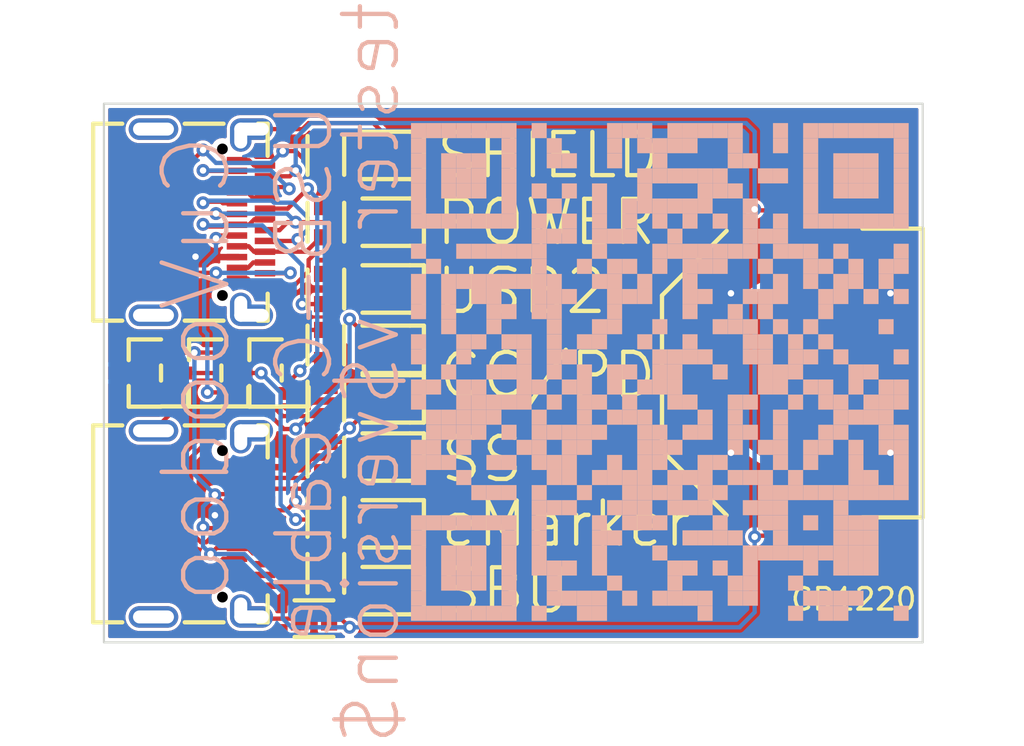
<source format=kicad_pcb>
(kicad_pcb (version 20211014) (generator pcbnew)

  (general
    (thickness 1.09)
  )

  (paper "A4")
  (title_block
    (title "USB-C cable tester")
    (date "$date$")
    (rev "$version$.$revision$")
    (company "CuVoodoo")
    (comment 1 "King Kévin")
    (comment 2 "CERN-OHL-S")
  )

  (layers
    (0 "F.Cu" signal)
    (31 "B.Cu" signal)
    (32 "B.Adhes" user "B.Adhesive")
    (33 "F.Adhes" user "F.Adhesive")
    (34 "B.Paste" user)
    (35 "F.Paste" user)
    (36 "B.SilkS" user "B.Silkscreen")
    (37 "F.SilkS" user "F.Silkscreen")
    (38 "B.Mask" user)
    (39 "F.Mask" user)
    (40 "Dwgs.User" user "User.Drawings")
    (41 "Cmts.User" user "User.Comments")
    (42 "Eco1.User" user "User.Eco1")
    (43 "Eco2.User" user "User.Eco2")
    (44 "Edge.Cuts" user)
    (45 "Margin" user)
    (46 "B.CrtYd" user "B.Courtyard")
    (47 "F.CrtYd" user "F.Courtyard")
    (48 "B.Fab" user)
    (49 "F.Fab" user)
    (50 "User.1" user)
    (51 "User.2" user)
    (52 "User.3" user)
    (53 "User.4" user)
    (54 "User.5" user)
    (55 "User.6" user)
    (56 "User.7" user)
    (57 "User.8" user)
    (58 "User.9" user)
  )

  (setup
    (stackup
      (layer "F.SilkS" (type "Top Silk Screen"))
      (layer "F.Paste" (type "Top Solder Paste"))
      (layer "F.Mask" (type "Top Solder Mask") (thickness 0.01))
      (layer "F.Cu" (type "copper") (thickness 0.035))
      (layer "dielectric 1" (type "core") (thickness 1) (material "FR4") (epsilon_r 4.5) (loss_tangent 0.02))
      (layer "B.Cu" (type "copper") (thickness 0.035))
      (layer "B.Mask" (type "Bottom Solder Mask") (thickness 0.01))
      (layer "B.Paste" (type "Bottom Solder Paste"))
      (layer "B.SilkS" (type "Bottom Silk Screen"))
      (copper_finish "HAL lead-free")
      (dielectric_constraints no)
    )
    (pad_to_mask_clearance 0)
    (aux_axis_origin 66.6 121.6)
    (grid_origin 70.4 141.1)
    (pcbplotparams
      (layerselection 0x00010fc_ffffffff)
      (disableapertmacros false)
      (usegerberextensions false)
      (usegerberattributes true)
      (usegerberadvancedattributes true)
      (creategerberjobfile true)
      (svguseinch false)
      (svgprecision 6)
      (excludeedgelayer true)
      (plotframeref false)
      (viasonmask false)
      (mode 1)
      (useauxorigin false)
      (hpglpennumber 1)
      (hpglpenspeed 20)
      (hpglpendiameter 15.000000)
      (dxfpolygonmode true)
      (dxfimperialunits true)
      (dxfusepcbnewfont true)
      (psnegative false)
      (psa4output false)
      (plotreference true)
      (plotvalue true)
      (plotinvisibletext false)
      (sketchpadsonfab false)
      (subtractmaskfromsilk false)
      (outputformat 1)
      (mirror false)
      (drillshape 0)
      (scaleselection 1)
      (outputdirectory "fabrication/")
    )
  )

  (net 0 "")
  (net 1 "VCC")
  (net 2 "GND")
  (net 3 "/Dn")
  (net 4 "Net-(D4-Pad2)")
  (net 5 "Net-(D5-Pad1)")
  (net 6 "Net-(D6-Pad2)")
  (net 7 "Net-(D7-Pad2)")
  (net 8 "Net-(J1-PadA1)")
  (net 9 "/SS1")
  (net 10 "Net-(J1-PadA4)")
  (net 11 "/CC1")
  (net 12 "/Dp")
  (net 13 "/SBU")
  (net 14 "/VBUS")
  (net 15 "/SS2")
  (net 16 "/SS1-2")
  (net 17 "/CC2")
  (net 18 "unconnected-(J1-PadS2)")
  (net 19 "unconnected-(J1-PadS3)")
  (net 20 "unconnected-(J1-PadS4)")
  (net 21 "Net-(J2-PadA10)")
  (net 22 "Net-(J2-PadB2)")
  (net 23 "Net-(J2-PadB10)")
  (net 24 "/eMark")
  (net 25 "Net-(D1-Pad1)")
  (net 26 "Net-(D1-Pad2)")
  (net 27 "Net-(D3-Pad2)")
  (net 28 "Net-(D5-Pad2)")
  (net 29 "Net-(D8-Pad2)")
  (net 30 "/SH1")
  (net 31 "Net-(R2-Pad2)")
  (net 32 "Net-(J2-PadA2)")
  (net 33 "Net-(J2-PadA8)")
  (net 34 "/SH2")
  (net 35 "unconnected-(J2-PadS4)")
  (net 36 "Net-(R2-Pad1)")
  (net 37 "unconnected-(J2-PadS1)")
  (net 38 "Net-(J2-PadS2)")

  (footprint "mylib:UC1608X55N" (layer "F.Cu") (at 76.9 127.1))

  (footprint "mylib:LEDC2012X80N" (layer "F.Cu") (at 79.7 133 -90))

  (footprint "mylib:LEDC2012X80N" (layer "F.Cu") (at 79.7 135.3 -90))

  (footprint "mylib:SOT95P237X112-3N" (layer "F.Cu") (at 74.1 134.1 180))

  (footprint "kikit:Tab" (layer "F.Cu") (at 104.85 134.1 180))

  (footprint "mylib:CONNECTOR_XKB_U262-24XN-4BV64" (layer "F.Cu") (at 70.15 141.1 -90))

  (footprint "mylib:LEDC2012X80N" (layer "F.Cu") (at 79.7 127.1 -90))

  (footprint "mylib:LEDC2012X80N" (layer "F.Cu") (at 79.7 130.2 -90))

  (footprint "kikit:Tab" (layer "F.Cu") (at 66.25 127.1))

  (footprint "mylib:LEDC2012X80N" (layer "F.Cu") (at 79.7 144.2 -90))

  (footprint "mylib:CONNECTOR_MY-1220-03" (layer "F.Cu") (at 98.5 134.1 -90))

  (footprint "mylib:UC1608X55N" (layer "F.Cu") (at 76.9 130.2 180))

  (footprint "mylib:UC1608X55N" (layer "F.Cu") (at 76.9 140.8))

  (footprint "mylib:UC1608X55N" (layer "F.Cu") (at 76.9 124 180))

  (footprint "mylib:SOT95P237X112-3N" (layer "F.Cu") (at 71.3 134.1 180))

  (footprint "mylib:UC1608X55N" (layer "F.Cu") (at 76.9 132.8))

  (footprint "mylib:LEDC2012X80N" (layer "F.Cu") (at 79.7 124 -90))

  (footprint "mylib:UC1608X55N" (layer "F.Cu") (at 76.35 145.5 90))

  (footprint "mylib:LEDC2012X80N" (layer "F.Cu") (at 79.7 141.1 -90))

  (footprint "mylib:UC1608X55N" (layer "F.Cu") (at 76.9 138))

  (footprint "kikit:Tab" (layer "F.Cu") (at 66.25 141.1))

  (footprint "mylib:SOT95P237X112-3N" (layer "F.Cu") (at 68.5 134.1 180))

  (footprint "mylib:CONNECTOR_XKB_U262-24XN-4BV64" (layer "F.Cu") (at 70.15 127.1 -90))

  (footprint "mylib:UC1608X55N" (layer "F.Cu") (at 76.9 143.4 180))

  (footprint "mylib:LEDC2012X80N" (layer "F.Cu") (at 79.7 138 -90))

  (footprint "mylib:UC1608X55N" (layer "F.Cu") (at 76.9 135.4 180))

  (footprint "mylib:QR" (layer "B.Cu") (at 92.4 134.05 -90))

  (gr_rect (start 66.6 121.6) (end 104.6 146.6) (layer "Edge.Cuts") (width 0.1) (fill none) (tstamp d49bc88e-ee09-43df-b23b-d7aad3f6b773))
  (gr_text "CuVoodoo" (at 70.9 133.9 90) (layer "B.SilkS") (tstamp 5c94dfd4-1fb7-49f5-98ea-4f333790c493)
    (effects (font (size 3 3) (thickness 0.2)) (justify mirror))
  )
  (gr_text "USB-C cable" (at 75.9 134.1 90) (layer "B.SilkS") (tstamp a5d6f3fb-d8a8-475a-b284-836a2dfee2b2)
    (effects (font (size 2.5 2.5) (thickness 0.2)) (justify mirror))
  )
  (gr_text "tester  v$version$" (at 79 134.1 90) (layer "B.SilkS") (tstamp ed18d69f-b1e8-4d59-8aec-ac19ba2cfb94)
    (effects (font (size 2.5 2.5) (thickness 0.2)) (justify mirror))
  )
  (gr_text "SS" (at 82.1 138.1) (layer "F.SilkS") (tstamp 1d7590b6-b88a-4708-9c4f-13917a84c9b2)
    (effects (font (size 2 2) (thickness 0.2)) (justify left))
  )
  (gr_text "SBU" (at 82.1 144.2) (layer "F.SilkS") (tstamp 217c58e4-17e5-40f4-bfed-92b5d3ed7c6a)
    (effects (font (size 2 2) (thickness 0.2)) (justify left))
  )
  (gr_text "CR1220" (at 101.4 144.6) (layer "F.SilkS") (tstamp 4274a590-33de-4e4a-8dc2-0814ea614721)
    (effects (font (size 1 1) (thickness 0.153)))
  )
  (gr_text "CC/PD" (at 82 134.2) (layer "F.SilkS") (tstamp 6aef261e-271e-4833-b863-20c8784f5a4a)
    (effects (font (size 2 2) (thickness 0.2)) (justify left))
  )
  (gr_text "eMarker" (at 82.1 141.1) (layer "F.SilkS") (tstamp 9d443c4a-8a02-4ae1-809a-5f12b4afa778)
    (effects (font (size 2 2) (thickness 0.2)) (justify left))
  )
  (gr_text "POWER" (at 81.9 127.1) (layer "F.SilkS") (tstamp c2f1674d-db01-4489-bbca-537cc8f4d463)
    (effects (font (size 2 2) (thickness 0.2)) (justify left))
  )
  (gr_text "SHIELD" (at 81.9 124) (layer "F.SilkS") (tstamp cf4356eb-763e-4364-a9dd-d93c80530f21)
    (effects (font (size 2 2) (thickness 0.2)) (justify left))
  )
  (gr_text "USB2" (at 81.9 130.3) (layer "F.SilkS") (tstamp ffaf3c4f-331d-4d0c-b6ef-93c07678f04f)
    (effects (font (size 2 2) (thickness 0.2)) (justify left))
  )

  (segment (start 73.33 140.22) (end 72.775 140.22) (width 0.2) (layer "F.Cu") (net 1) (tstamp 004c085f-a15c-4d92-8971-e842048995fb))
  (segment (start 75.7 132.1) (end 75.25 132.55) (width 0.2) (layer "F.Cu") (net 1) (tstamp 06e8f57d-9036-499c-84b2-829b78e0b641))
  (segment (start 72.45 133.15) (end 75.25 133.15) (width 0.2) (layer "F.Cu") (net 1) (tstamp 0c96d55e-8b08-4e29-8833-211e6368731b))
  (segment (start 72.775 140.22) (end 72.22 140.22) (width 0.2) (layer "F.Cu") (net 1) (tstamp 104fdd1d-ef72-4efb-810d-ccf9fd1a9ab5))
  (segment (start 73.53 140.97) (end 73.28 141.22) (width 0.2) (layer "F.Cu") (net 1) (tstamp 185d1155-2993-474d-931d-0b4cdaead05d))
  (segment (start 76.9 134.7) (end 77.2 134.7) (width 0.2) (layer "F.Cu") (net 1) (tstamp 1c9f6195-8e5f-4a91-99b1-e801c57a88aa))
  (segment (start 73.27 142.22) (end 72.775 142.22) (width 0.2) (layer "F.Cu") (net 1) (tstamp 2ecacca6-5783-4f30-95dc-5099164725a1))
  (segment (start 72.03 141.22) (end 71.95 141.3) (width 0.2) (layer "F.Cu") (net 1) (tstamp 4de7433c-7a67-4f40-aeee-603725a2edf0))
  (segment (start 78 145.9) (end 77.6 145.5) (width 0.2) (layer "F.Cu") (net 1) (tstamp 594493a6-6110-46b7-84af-7bcfb1e0121b))
  (segment (start 74.075 139.97) (end 73.58 139.97) (width 0.2) (layer "F.Cu") (net 1) (tstamp 5c77833b-ab5d-49f7-a6fd-84e8c4d9866a))
  (segment (start 72.775 142.22) (end 71.83 142.22) (width 0.2) (layer "F.Cu") (net 1) (tstamp 62d1ffdf-9bfa-4f6d-91be-6592de30c860))
  (segment (start 76.9 132.1) (end 75.7 132.1) (width 0.2) (layer "F.Cu") (net 1) (tstamp 6bcb58b2-7289-43a6-90fb-821fb9c04611))
  (segment (start 71.78 139.72) (end 71.75 139.75) (width 0.2) (layer "F.Cu") (net 1) (tstamp 6c066038-60bd-4ad0-800a-7ca346617321))
  (segment (start 69.65 133.15) (end 70.8 133.15) (width 0.2) (layer "F.Cu") (net 1) (tstamp 703cc6ce-fe0a-441f-a1cc-c7a0da0cb336))
  (segment (start 72.775 139.72) (end 71.78 139.72) (width 0.2) (layer "F.Cu") (net 1) (tstamp 76f3cf31-160f-49fa-9953-91946f3bc203))
  (segment (start 71.83 142.22) (end 71.55 142.5) (width 0.2) (layer "F.Cu") (net 1) (tstamp 76f6b12c-7509-4772-84ec-76ffdb4a4e6d))
  (segment (start 72.22 140.22) (end 71.75 139.75) (width 0.2) (layer "F.Cu") (net 1) (tstamp 8043e95a-e830-4c4b-b0ec-fb1878ef72c9))
  (segment (start 77.6 145.5) (end 77.05 145.5) (width 0.2) (layer "F.Cu") (net 1) (tstamp 9544b901-d05e-4822-8bbc-fe06e3231497))
  (segment (start 77.2 134.7) (end 77.8 134.1) (width 0.2) (layer "F.Cu") (net 1) (tstamp 9f1f05f8-8936-42ce-bcb8-f019e57c42ef))
  (segment (start 77.1 132.1) (end 76.9 132.1) (width 0.2) (layer "F.Cu") (net 1) (tstamp a1719428-a067-4f4b-8fef-8d701ba7c90f))
  (segment (start 73.52 142.47) (end 73.27 142.22) (width 0.2) (layer "F.Cu") (net 1) (tstamp a7edc0c4-ea37-41fb-a904-85fc841f651b))
  (segment (start 74.075 124.97) (end 75.23 124.97) (width 0.2) (layer "F.Cu") (net 1) (tstamp ae67afc6-1afc-485b-81f8-5f38af8fa948))
  (segment (start 75.25 132.55) (end 75.25 133.15) (width 0.2) (layer "F.Cu") (net 1) (tstamp b212f490-88aa-4007-a21f-e329326ab7c7))
  (segment (start 96.8 126.5) (end 96.85 126.55) (width 0.2) (layer "F.Cu") (net 1) (tstamp b4195ade-e5a0-4cc7-9257-960881340a95))
  (segment (start 73.58 139.97) (end 73.33 140.22) (width 0.2) (layer "F.Cu") (net 1) (tstamp b8c13d3e-b564-4b32-95ba-d3bd7101e247))
  (segment (start 73.28 141.22) (end 72.775 141.22) (width 0.2) (layer "F.Cu") (net 1) (tstamp bc3d3560-6793-4d7f-8942-a88bc82d42ee))
  (segment (start 99.4 141.65) (end 96.85 141.65) (width 0.2) (layer "F.Cu") (net 1) (tstamp c57c9be3-a51c-45fb-a0d8-878e357e27db))
  (segment (start 70.8 133.15) (end 72.45 133.15) (width 0.2) (layer "F.Cu") (net 1) (tstamp d35452ee-0d98-43b8-a9e1-c1388f42a852))
  (segment (start 71.25 141.3) (end 71.2 141.25) (width 0.2) (layer "F.Cu") (net 1) (tstamp d784c6f1-d558-4fe7-9a19-1b6a4f9a6de0))
  (segment (start 77.8 134.1) (end 77.8 132.8) (width 0.2) (layer "F.Cu") (net 1) (tstamp e1ee82cb-b2fa-411e-b9d1-bbf194559010))
  (segment (start 96.85 126.55) (end 99.4 126.55) (width 0.2) (layer "F.Cu") (net 1) (tstamp e2ce3c77-34ba-47c9-9d82-f3f750b00ad0))
  (segment (start 77.8 132.8) (end 77.1 132.1) (width 0.2) (layer "F.Cu") (net 1) (tstamp e95e09b5-dcc5-40a3-af28-c6f1e9d055cd))
  (segment (start 75.23 124.97) (end 75.5 124.7) (width 0.2) (layer "F.Cu") (net 1) (tstamp eaf5330c-bb9a-4f9b-9c3c-f52f1008d322))
  (segment (start 96.85 141.65) (end 96.8 141.7) (width 0.2) (layer "F.Cu") (net 1) (tstamp ee08dc40-b2fd-4748-9619-f544814d0355))
  (segment (start 71.95 141.3) (end 71.25 141.3) (width 0.2) (layer "F.Cu") (net 1) (tstamp f050ab4f-6c5c-4c25-8dab-56f6836efdda))
  (segment (start 74.075 142.47) (end 73.52 142.47) (width 0.2) (layer "F.Cu") (net 1) (tstamp f1c11a03-79e8-4ffe-86d1-a8a2632f7964))
  (segment (start 72.775 141.22) (end 72.03 141.22) (width 0.2) (layer "F.Cu") (net 1) (tstamp f3ea407b-f011-481a-88e2-3f3ae08dd75a))
  (segment (start 74.075 140.97) (end 73.53 140.97) (width 0.2) (layer "F.Cu") (net 1) (tstamp fbeaa0b7-84d9-46bb-851c-7706f418fdc2))
  (via (at 96.8 141.7) (size 0.6) (drill 0.3) (layers "F.Cu" "B.Cu") (free) (net 1) (tstamp 00147a47-1074-42ea-8fc5-d424c34709f5))
  (via (at 71.55 142.5) (size 0.6) (drill 0.3) (layers "F.Cu" "B.Cu") (free) (net 1) (tstamp 3f563f53-008e-4f5c-9eac-6cce0a145d03))
  (via (at 96.8 126.5) (size 0.6) (drill 0.3) (layers "F.Cu" "B.Cu") (free) (net 1) (tstamp 4492ee38-9a24-4045-960b-4df670108022))
  (via (at 75.5 124.7) (size 0.6) (drill 0.3) (layers "F.Cu" "B.Cu") (net 1) (tstamp 49448e85-bd46-4dc9-b675-76cc89450ceb))
  (via (at 71.2 141.25) (size 0.6) (drill 0.3) (layers "F.Cu" "B.Cu") (free) (net 1) (tstamp 5fc21b01-7ccb-4098-bbb0-cfc817a40f8c))
  (via (at 71.75 139.75) (size 0.6) (drill 0.3) (layers "F.Cu" "B.Cu") (free) (net 1) (tstamp 7176bf62-a551-4ce5-ab61-6e1cad8161eb))
  (via (at 78 145.9) (size 0.6) (drill 0.3) (layers "F.Cu" "B.Cu") (net 1) (tstamp 7a8c2301-2f7a-4523-9163-472d7421edd8))
  (via (at 70.8 133.15) (size 0.6) (drill 0.3) (layers "F.Cu" "B.Cu") (net 1) (tstamp fdff386b-80d9-479d-a53f-b50b1633e5ba))
  (segment (start 71.2 141.25) (end 71.2 140.3) (width 0.2) (layer "B.Cu") (net 1) (tstamp 21f84636-4820-4537-a54b-5af0427e2a6f))
  (segment (start 74.9 144.28) (end 73.12 142.5) (width 0.2) (layer "B.Cu") (net 1) (tstamp 2247b3c2-26e4-4657-8222-2f845e39d417))
  (segment (start 71.2 140.3) (end 71.75 139.75) (width 0.2) (layer "B.Cu") (net 1) (tstamp 2996a120-24b2-4387-af0e-135e4858b5a3))
  (segment (start 78 145.9) (end 96.1 145.9) (width 0.2) (layer "B.Cu") (net 1) (tstamp 34147e52-a7c8-4cd3-bd74-35d197d8d3ed))
  (segment (start 76.2 122.5) (end 96.4 122.5) (width 0.2) (layer "B.Cu") (net 1) (tstamp 45a4d405-8404-4cbe-a20d-86e77f0f7fc6))
  (segment (start 96.8 122.9) (end 96.8 126.5) (width 0.2) (layer "B.Cu") (net 1) (tstamp 46f2ae81-7c4d-4c64-8b22-4f4e01a6428f))
  (segment (start 70.8 133.15) (end 70.8 138.8) (width 0.2) (layer "B.Cu") (net 1) (tstamp 4762e065-e87d-4502-a3b0-f0134ecdc8da))
  (segment (start 75.3 145.9) (end 74.9 145.5) (width 0.2) (layer "B.Cu") (net 1) (tstamp 591dd183-a616-4246-bae6-c7da0c9ec358))
  (segment (start 71.2 141.25) (end 71.2 142.15) (width 0.2) (layer "B.Cu") (net 1) (tstamp 5fa06b48-b36f-496b-93ca-62ad43232ef7))
  (segment (start 71.2 142.15) (end 71.55 142.5) (width 0.2) (layer "B.Cu") (net 1) (tstamp 7513cf1e-afe3-46cd-9dd9-3f5ca82edd5e))
  (segment (start 70.8 138.8) (end 71.75 139.75) (width 0.2) (layer "B.Cu") (net 1) (tstamp 7b485344-6b34-46a5-a28b-45d779180d15))
  (segment (start 73.12 142.5) (end 71.55 142.5) (width 0.2) (layer "B.Cu") (net 1) (tstamp 9fc114aa-59f7-41c1-91c8-08507e094d7a))
  (segment (start 75.5 124.7) (end 75.5 123.2) (width 0.2) (layer "B.Cu") (net 1) (tstamp a11c84b4-7509-483f-aaf2-41f20328ee4a))
  (segment (start
... [206871 chars truncated]
</source>
